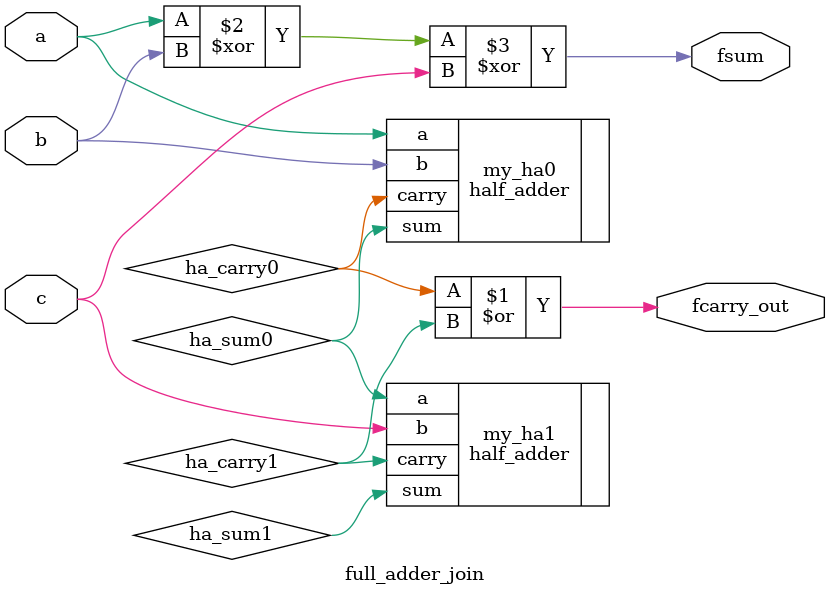
<source format=v>
`timescale 1ns / 1ps

module full_adder_join(fsum, fcarry_out, a, b, c);
    input a, b, c; // input signal names
    output fsum, fcarry_out; // output signal names
    
    wire ha_sum0, ha_carry0, ha_sum1, ha_carry1; // define 4 wires
    
    // instantiation of the first half-adder module
    half_adder my_ha0(.a(a), .b(b), .sum(ha_sum0), .carry(ha_carry0));
    // instantiation of the second half-adder module
    half_adder my_ha1(.a(ha_sum0), .b(c), .sum(ha_sum1), .carry(ha_carry1));
    
    assign fcarry_out = ha_carry0 | ha_carry1; // assign the final carry out value
    assign fsum = a ^ b ^ c; // assign the final sum value
endmodule

</source>
